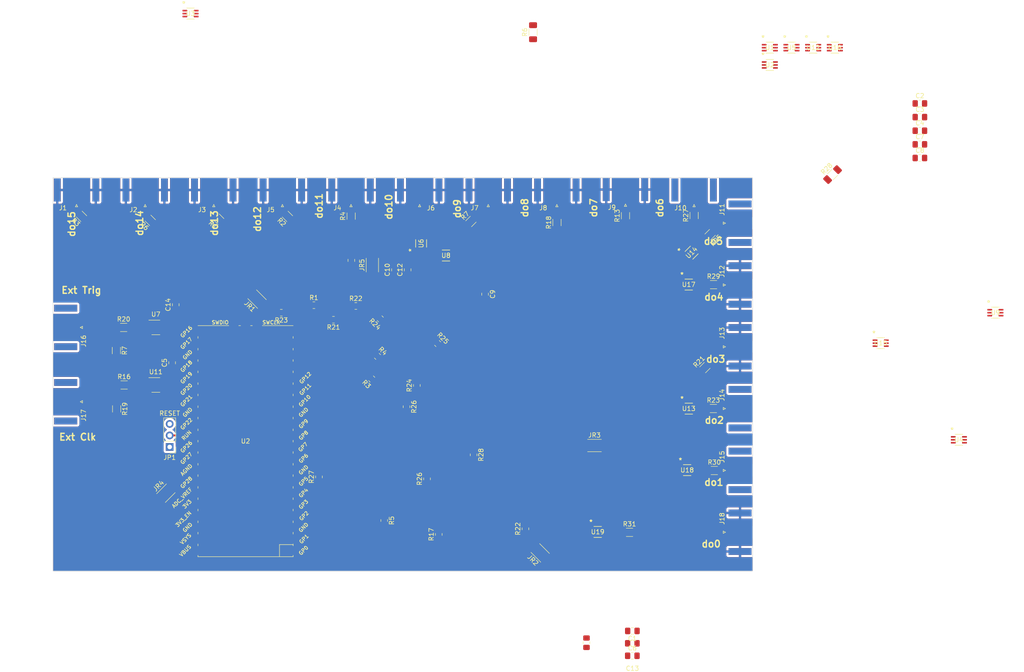
<source format=kicad_pcb>
(kicad_pcb (version 20221018) (generator pcbnew)
  (layers (0 "F.Cu" signal) (31 "B.Cu" signal) (34 "B.Paste" user) (35 "F.Paste" user) (36 "B.SilkS" user "B.Silkscreen") (37 "F.SilkS" user "F.Silkscreen") (38 "B.Mask" user) (39 "F.Mask" user) (44 "Edge.Cuts" user))
  (net 0 "")
  (net 1 "3_3V_Pico")
  (net 2 "GND")
  (net 3 "Net-(J16-In)")
  (net 4 "Net-(J17-In)")
  (net 5 "Net-(R7-Pad2)")
  (net 6 "Net-(R19-Pad2)")
  (net 7 "do7")
  (net 8 "do0")
  (net 9 "do15")
  (net 10 "do8")
  (net 11 "do14")
  (net 12 "do6")
  (net 13 "do9")
  (net 14 "do1")
  (net 15 "do13")
  (net 16 "do5")
  (net 17 "do10")
  (net 18 "do2")
  (net 19 "do12")
  (net 20 "do4")
  (net 21 "do3")
  (net 22 "Net-(U2-GPIO16)")
  (net 26 "Net-(U2-GPIO20)")
  (net 39 "Net-(JP1-C)")
  (net 40 "do11")
  (net 43 "unconnected-(R13-Pad1)")
  (net 44 "Net-(U2-GPIO0)")
  (net 45 "Net-(U2-GPIO2)")
  (net 46 "Net-(U2-GPIO1)")
  (net 47 "Net-(U2-GPIO3)")
  (net 48 "Net-(U2-GPIO15)")
  (net 49 "Net-(U2-GPIO5)")
  (net 50 "Net-(U2-GPIO8)")
  (net 51 "Net-(U2-GPIO4)")
  (net 52 "Net-(U2-GPIO13)")
  (net 53 "Net-(U2-GPIO12)")
  (net 54 "Net-(U2-GPIO10)")
  (net 55 "Net-(U2-GPIO14)")
  (net 56 "Net-(U2-GPIO11)")
  (net 57 "Net-(U2-GPIO7)")
  (net 58 "Net-(U2-GPIO9)")
  (net 59 "Net-(U2-GPIO6)")
  (net 64 "Net-(J16-Ext)")
  (net 65 "Net-(JP1-A)")
  (net 66 "Net-(U1A-1Y)")
  (net 67 "Net-(U2A-1Y)")
  (net 68 "Net-(U3A-1Y)")
  (net 69 "Net-(U4A-1Y)")
  (net 70 "Net-(U5A-1Y)")
  (net 71 "Net-(U6A-1Y)")
  (net 72 "Net-(U8A-1Y)")
  (net 73 "Net-(U9A-1Y)")
  (net 74 "Net-(U12A-2Y)")
  (net 75 "Net-(U13A-1Y)")
  (net 76 "Net-(U14A-1Y)")
  (net 77 "Net-(U15A-1Y)")
  (net 78 "Net-(U16A-1Y)")
  (net 79 "Net-(U17A-1Y)")
  (net 80 "Net-(U18A-1Y)")
  (net 81 "Net-(U19A-1Y)")
  (net 98 "Net-(U10-GPIO15)")
  (net 99 "Net-(U10-GPIO14)")
  (net 100 "Net-(U10-GPIO13)")
  (net 101 "Net-(U10-GPIO11)")
  (net 102 "Net-(U10-GPIO12)")
  (net 103 "Net-(U10-GPIO10)")
  (net 105 "Net-(U10-GPIO16)")
  (net 106 "Net-(U10-GPIO9)")
  (net 107 "Net-(U10-GPIO7)")
  (net 109 "Net-(U10-GPIO20)")
  (net 111 "Net-(U10-GPIO6)")
  (net 112 "Net-(U10-GPIO5)")
  (net 113 "Net-(U10-GPIO4)")
  (net 114 "Net-(U10-GPIO3)")
  (net 115 "Net-(U10-GPIO2)")
  (net 116 "Net-(U10-GPIO1)")
  (net 117 "Net-(U10-GPIO0)")
  (footprint "74LVC2G34DKCR:74LVC2G34DKCR-M" (layer "F.Cu") (at 235.6745 25.486801)
    (fp_text reference "U12")
    (fp_text value "74LVC2G34DCKR")
  )
  (footprint "74LVC2G34DKCR:74LVC2G34DKCR-M" (layer "F.Cu") (at 226.1053 29.306201)
    (fp_text reference "U2")
    (fp_text value "74LVC2G34DCKR")
  )
  (footprint "Capacitor_SMD:C_0805_2012Metric_Pad1.18x1.45mm_HandSolder" (layer "F.Cu") (at 259.2285 40.808)
    (fp_text reference "C3")
    (fp_text value "100n")
  )
  (footprint "Resistor_SMD:R_1206_3216Metric_Pad1.30x1.75mm_HandSolder" (layer "F.Cu") (at 209.4 62.53 90)
    (fp_text reference "R27")
    (fp_text value "49.9")
  )
  (footprint "74LVC2G34DKCR:74LVC2G34DKCR-M" (layer "F.Cu") (at 154.63675 71.364)
    (fp_text reference "U8")
    (fp_text value "74LVC2G34DCKR")
  )
  (footprint "Resistor_SMD:R_0805_2012Metric_Pad1.20x1.40mm_HandSolder" (layer "F.Cu") (at 152.792893 90.792893 -45)
    (fp_text reference "R25")
    (fp_text value "10k")
  )
  (footprint "Resistor_SMD:R_1206_3216Metric_Pad1.30x1.75mm_HandSolder" (layer "F.Cu") (at 81.944 105.215 -90)
    (fp_text reference "R19")
    (fp_text value "47k")
  )
  (footprint "Resistor_SMD:R_1206_3216Metric_Pad1.30x1.75mm_HandSolder" (layer "F.Cu") (at 211.78 96.1 45)
    (fp_text reference "R21")
    (fp_text value "49.9")
  )
  (footprint "74LVC2G34DKCR:74LVC2G34DKCR-M" (layer "F.Cu") (at 275.893 83.979)
    (fp_text reference "U9")
    (fp_text value "74LVC2G34DCKR")
  )
  (footprint "74LVC2G34DKCR:74LVC2G34DKCR-M" (layer "F.Cu") (at 208.21075 77.780001)
    (fp_text reference "U17")
    (fp_text value "74LVC2G34DCKR")
  )
  (footprint "74LVC2G34DKCR:74LVC2G34DKCR-M" (layer "F.Cu") (at 98.24875 17.964001)
    (fp_text reference "U3")
    (fp_text value "74LVC2G34DCKR")
  )
  (footprint "Resistor_SMD:R_1206_3216Metric_Pad1.30x1.75mm_HandSolder" (layer "F.Cu") (at 239.954 53.505 45)
    (fp_text reference "R28")
    (fp_text value "49.9")
  )
  (footprint "Connector_Coaxial:SMA_Amphenol_132289_EdgeMount" (layer "F.Cu") (at 209.394448 56.9 90)
    (fp_text reference "J10")
    (fp_text value "do6")
  )
  (footprint "74LVC2G34DKCR:74LVC2G34DKCR-M" (layer "F.Cu") (at 208.84675 70.732001 45)
    (fp_text reference "U14")
    (fp_text value "74LVC2G34DCKR")
  )
  (footprint "Connector_Coaxial:SMA_Amphenol_132289_EdgeMount" (layer "F.Cu") (at 179.105556 56.9 90)
    (fp_text reference "J8")
    (fp_text value "do8")
  )
  (footprint "Resistor_SMD:R_1206_3216Metric_Pad1.30x1.75mm_HandSolder" (layer "F.Cu") (at 179.13 64.08 90)
    (fp_text reference "R18")
    (fp_text value "49.9")
  )
  (footprint "Connector_Coaxial:SMA_Amphenol_132289_EdgeMount" (layer "F.Cu") (at 219.531948 77.866071)
    (fp_text reference "J12")
    (fp_text value "do4")
  )
  (footprint "Resistor_SMD:R_0805_2012Metric_Pad1.20x1.40mm_HandSolder" (layer "F.Cu") (at 140.131 85.348 135)
    (fp_text reference "R24")
    (fp_text value "10k")
  )
  (footprint "Connector_Coaxial:SMA_Amphenol_132289_EdgeMount" (layer "F.Cu") (at 73.094448 56.9 90)
    (fp_text reference "J1")
    (fp_text value "do15")
  )
  (footprint "74LVC2G34DKCR:74LVC2G34DKCR-M" (layer "F.Cu") (at 207.861 118.735)
    (fp_text reference "U18")
    (fp_text value "74LVC2G34DCKR")
  )
  (footprint "Connector_Coaxial:SMA_Amphenol_132289_EdgeMount" (layer "F.Cu") (at 70.694448 103.6375 180)
    (fp_text reference "J17")
    (fp_text value "Ext. Clk.")
  )
  (footprint "MCU_RaspberryPi_and_Boards:RPi_Pico_SMD" (layer "F.Cu") (at 110.394448 112.3375 180)
    (fp_text reference "U2")
    (fp_text value "Pico")
  )
  (footprint "Resistor_SMD:R_1206_3216Metric_Pad1.30x1.75mm_HandSolder" (layer "F.Cu") (at 213.856 118.817)
    (fp_text reference "R30")
    (fp_text value "49.9")
  )
  (footprint "Resistor_SMD:R_1206_3216Metric_Pad1.30x1.75mm_HandSolder" (layer "F.Cu") (at 133.7 62.67 90)
    (fp_text reference "R4")
    (fp_text value "49.9")
  )
  (footprint "Capacitor_SMD:C_0805_2012Metric_Pad1.18x1.45mm_HandSolder" (layer "F.Cu") (at 163.262 79.898 -90)
    (fp_text reference "C9")
    (fp_text value "100n")
  )
  (footprint "Resistor_SMD:R_1206_3216Metric_Pad1.30x1.75mm_HandSolder" (layer "F.Cu") (at 173.853 22.077 90)
    (fp_text reference "R6")
    (fp_text value "49.9")
  )
  (footprint "Resistor_SMD:R_1206_3216Metric_Pad1.30x1.75mm_HandSolder" (layer "F.Cu") (at 104.46 63.34 135)
    (fp_text reference "R1")
    (fp_text value "49.9")
  )
  (footprint "Resistor_SMD:R_0805_2012Metric_Pad1.20x1.40mm_HandSolder" (layer "F.Cu") (at 141 129.85 -90)
    (fp_text reference "R5")
    (fp_text value "10k")
  )
  (footprint "Resistor_SMD:R_1206_3216Metric_Pad1.30x1.75mm_HandSolder" (layer "F.Cu") (at 74.19 62.72 135)
    (fp_text reference "R3")
    (fp_text value "49.9")
  )
  (footprint "Capacitor_SMD:C_0805_2012Metric_Pad1.18x1.45mm_HandSolder" (layer "F.Cu") (at 94.981 82.228 90)
    (fp_text reference "C14")
    (fp_text value "100n")
  )
  (footprint "Resistor_SMD:R_0805_2012Metric_Pad1.20x1.40mm_HandSolder" (layer "F.Cu") (at 125.481 82.329)
    (fp_text reference "R1")
    (fp_text value "10k")
  )
  (footprint "Connector_PinHeader_2.54mm:PinHeader_1x03_P2.54mm_Vertical" (layer "F.Cu") (at 93.6498 113.6142 180)
    (fp_text reference "JP1")
    (fp_text value "RESET")
  )
  (footprint "Resistor_SMD:R_0805_2012Metric_Pad1.20x1.40mm_HandSolder" (layer "F.Cu") (at 148.2 100.04 90)
    (fp_text reference "R24")
    (fp_text value "10k")
  )
  (footprint "Resistor_SMD:R_1206_3216Metric_Pad1.30x1.75mm_HandSolder" (layer "F.Cu") (at 213.65 105.13)
    (fp_text reference "R23")
    (fp_text value "49.9")
  )
  (footprint "Resistor_SMD:R_1206_3216Metric_Pad1.30x1.75mm_HandSolder" (layer "F.Cu") (at 83.494448 87.2375)
    (fp_text reference "R20")
    (fp_text value "470")
  )
  (footprint "74LVC2G34DKCR:74LVC2G34DKCR-M" (layer "F.Cu") (at 149.152001 68.69125 90)
    (fp_text reference "U6")
    (fp_text value "74LVC2G34DCKR")
  )
  (footprint "Resistor_SMD:R_0805_2012Metric_Pad1.20x1.40mm_HandSolder" (layer "F.Cu") (at 126.6 120.23 90)
    (fp_text reference "R27")
    (fp_text value "10k")
  )
  (footprint "Resistor_SMD:R_1206_3216Metric_Pad1.30x1.75mm_HandSolder" (layer "F.Cu") (at 195.15 132.46)
    (fp_text reference "R31")
    (fp_text value "49.9")
  )
  (footprint "Capacitor_SMD:C_0805_2012Metric_Pad1.18x1.45mm_HandSolder" (layer "F.Cu") (at 259.2285 49.838)
    (fp_text reference "C8")
    (fp_text value "100n")
  )
  (footprint "Capacitor_SMD:C_0805_2012Metric_Pad1.18x1.45mm_HandSolder" (layer "F.Cu") (at 185.644 156.822 90)
    (fp_text reference "C11" hide)
    (fp_text value "100n")
  )
  (footprint "Resistor_SMD:R_0805_2012Metric_Pad1.20x1.40mm_HandSolder" (layer "F.Cu") (at 129.801 85.544 180)
    (fp_text reference "R21")
    (fp_text value "10k")
  )
  (footprint "Resistor_SMD:R_0805_2012Metric_Pad1.20x1.40mm_HandSolder" (layer "F.Cu") (at 134.736 82.508)
    (fp_text reference "R22")
    (fp_text value "10k")
  )
  (footprint "74LVC2G34DKCR:74LVC2G34DKCR-M" (layer "F.Cu") (at 240.4591 25.486801)
    (fp_text reference "U16")
    (fp_text value "74LVC2G34DCKR")
  )
  (footprint "Resistor_SMD:R_1206_3216Metric_Pad1.30x1.75mm_HandSolder" (layer "F.Cu") (at 160.136 63.85 45)
    (fp_text reference "R7")
    (fp_text value "49.9")
  )
  (footprint "Resistor_SMD:R_2010_5025Metric_Pad1.40x2.65mm_HandSolder" (layer "F.Cu") (at 175.426 136.999 135)
    (fp_text reference "JR2")
    (fp_text value "0")
  )
  (footprint "Resistor_SMD:R_1206_3216Metric_Pad1.30x1.75mm_HandSolder" (layer "F.Cu") (at 83.594448 99.9375)
    (fp_text reference "R16")
    (fp_text value "470")
  )
  (footprint "Capacitor_SMD:C_0805_2012Metric_Pad1.18x1.45mm_HandSolder" (layer "F.Cu") (at 259.2285 43.818)
    (fp_text reference "C4")
    (fp_text value "100n")
  )
  (footprint "Capacitor_SMD:C_0805_2012Metric_Pad1.18x1.45mm_HandSolder" (layer "F.Cu") (at 195.7625 156.952 180)
    (fp_text reference "C13")
    (fp_text value "1u")
  )
  (footprint "Resistor_SMD:R_0805_2012Metric_Pad1.20x1.40mm_HandSolder" (layer "F.Cu") (at 139.52 93.62 -45)
    (fp_text reference "R4")
    (fp_text value "10k")
  )
  (footprint "Connector_Coaxial:SMA_Amphenol_132289_EdgeMount" (layer "F.Cu") (at 70.694448 87.2375 180)
    (fp_text reference "J16")
    (fp_text value "Ext. Trig.")
  )
  (footprint "Capacitor_SMD:C_0805_2012Metric_Pad1.18x1.45mm_HandSolder" (layer "F.Cu") (at 94.194448 95.0375 90)
    (fp_text reference "C5")
    (fp_text value "100n")
  )
  (footprint "74LVC2G34DKCR:74LVC2G34DKCR-M" (layer "F.Cu") (at 226.1053 25.486801)
    (fp_text reference "U1")
    (fp_text value "74LVC2G34DCKR")
  )
  (footprint "Resistor_SMD:R_2010_5025Metric_Pad1.40x2.65mm_HandSolder" (layer "F.Cu") (at 138.381 73.473 90)
    (fp_text reference "JR5")
    (fp_text value "0")
  )
  (footprint "Resistor_SMD:R_0805_2012Metric_Pad1.20x1.40mm_HandSolder" (layer "F.Cu") (at 160.73 115.36 -90)
    (fp_text reference "R28")
    (fp_text value "10k")
  )
  (footprint "Resistor_SMD:R_1206_3216Metric_Pad1.30x1.75mm_HandSolder" (layer "F.Cu") (at 212.936 66.753 -135)
    (fp_text reference "R25")
    (fp_text value "49.9")
  )
  (footprint "74LVC2G34DKCR:74LVC2G34DKCR-M" (layer "F.Cu") (at 250.572 90.71)
    (fp_text reference "U15")
    (fp_text value "74LVC2G34DCKR")
  )
  (footprint "Capacitor_SMD:C_0805_2012Metric_Pad1.18x1.45mm_HandSolder" (layer "F.Cu") (at 143.374 74.5255 90)
    (fp_text reference "C10")
    (fp_text value "1u")
  )
  (footprint "74LVC2G34DKCR:74LVC2G34DKCR-M" (layer "F.Cu") (at 230.8899 25.486801)
    (fp_text reference "U5")
    (fp_text value "74LVC2G34DCKR")
  )
  (footprint "Connector_Coaxial:SMA_Amphenol_132289_EdgeMount" (layer "F.Cu") (at 194.25 56.8 90)
    (fp_text reference "J9")
    (fp_text value "do7")
  )
  (footprint "Resistor_SMD:R_0805_2012Metric_Pad1.20x1.40mm_HandSolder" (layer "F.Cu") (at 138.25 98.61 135)
    (fp_text reference "R3")
    (fp_text value "10k")
  )
  (footprint "Package_TO_SOT_SMD:SOT-23-5_HandSoldering" (layer "F.Cu") (at 90.594448 87.2375)
    (fp_text reference "U7")
    (fp_text value "74LVC1G17")
  )
  (footprint "Connector_Coaxial:SMA_Amphenol_132289_EdgeMount" (layer "F.Cu") (at 219.531948 105.151785)
    (fp_text reference "J14")
    (fp_text value "do2")
  )
  (footprint "74LVC2G34DKCR:74LVC2G34DKCR-M" (layer "F.Cu") (at 208.22625 105.159999)
    (fp_text reference "U13")
    (fp_text value "74LVC2G34DCKR")
  )
  (footprint "Connector_Coaxial:SMA_Amphenol_132289_EdgeMount" (layer "F.Cu") (at 118.52778 56.9 90)
    (fp_text reference "J5")
    (fp_text value "do12")
  )
  (footprint "Connector_Coaxial:SMA_Amphenol_132289_EdgeMount" (layer "F.Cu") (at 88.238892 56.9 90)
    (fp_text reference "J2")
    (fp_text value "do14")
  )
  (footprint "Resistor_SMD:R_0805_2012Metric_Pad1.20x1.40mm_HandSolder" (layer "F.Cu") (at 150.45 120.66 90)
    (fp_text reference "R26")
    (fp_text value "10k")
  )
  (footprint "Resistor_SMD:R_2010_5025Metric_Pad1.40x2.65mm_HandSolder" (layer "F.Cu") (at 92.81 123.817 45)
    (fp_text reference "JR4")
    (fp_text value "0")
  )
  (footprint "Connector_Coaxial:SMA_Amphenol_132289_EdgeMount" (layer "F.Cu") (at 219.531948 132.4375)
    (fp_text reference "J18")
    (fp_text value "do0")
  )
  (footprint "Resistor_SMD:R_1206_3216Metric_Pad1.30x1.75mm_HandSolder" (layer "F.Cu") (at 81.887 92.338 -90)
    (fp_text reference "R7")
    (fp_text value "47k")
  )
  (footprint "Connector_Coaxial:SMA_Amphenol_132289_EdgeMount" (layer "F.Cu") (at 103.383336 56.9 90)
    (fp_text reference "J3")
    (fp_text value "do13")
  )
  (footprint "Resistor_SMD:R_0805_2012Metric_Pad1.20x1.40mm_HandSolder" (layer "F.Cu") (at 118.285 83.99 180)
    (fp_text reference "R23")
    (fp_text value "10k")
  )
  (footprint "Capacitor_SMD:C_0805_2012Metric_Pad1.18x1.45mm_HandSolder" (layer "F.Cu") (at 195.773 154.223 180)
    (fp_text reference "C1")
    (fp_text value "10u")
  )
  (footprint "Connector_Coaxial:SMA_Amphenol_132289_EdgeMount" (layer "F.Cu") (at 133.672224 56.9 90)
    (fp_text reference "J4")
    (fp_text value "do11")
  )
  (footprint "Resistor_SMD:R_1206_3216Metric_Pad1.30x1.75mm_HandSolder" (layer "F.Cu") (at 213.69 77.79)
    (fp_text reference "R29")
    (fp_text value "49.9")
  )
  (footprint "Resistor_SMD:R_2010_5025Metric_Pad1.40x2.65mm_HandSolder" (layer "F.Cu") (at 187.413 113.302)
    (fp_text reference "JR3")
    (fp_text value "0")
  )
  (footprint "Capacitor_SMD:C_0805_2012Metric_Pad1.18x1.45mm_HandSolder" (layer "F.Cu") (at 133.747 72.435 90)
    (fp_text reference "C3" hide)
    (fp_text value "100n")
  )
  (footprint "74LVC2G34DKCR:74LVC2G34DKCR-M" (layer "F.Cu") (at 188.11875 132.365)
    (fp_text reference "U19")
    (fp_text value "74LVC2G34DCKR")
  )
  (footprint "Capacitor_SMD:C_0805_2012Metric_Pad1.18x1.45mm_HandSolder" (layer "F.Cu") (at 195.7625 159.707)
    (fp_text reference "C6")
    (fp_text value "100n" hide)
  )
  (footprint "Capacitor_SMD:C_0805_2012Metric_Pad1.18x1.45mm_HandSolder" (layer "F.Cu") (at 259.2285 37.798)
    (fp_text reference "C2")
    (fp_text value "100n")
  )
  (footprint "Resistor_SMD:R_1206_3216Metric_Pad1.30x1.75mm_HandSolder" (layer "F.Cu") (at 194.25 62.58 90)
    (fp_text reference "R13")
    (fp_text value "49.9")
  )
  (footprint "Resistor_SMD:R_0805_2012Metric_Pad1.20x1.40mm_HandSolder" (layer "F.Cu") (at 172.17 131.68 90)
    (fp_text reference "R22")
    (fp_text value "10k")
  )
  (footprint "Connector_Coaxial:SMA_Amphenol_132289_EdgeMount" (layer "F.Cu") (at 148.816668 56.9 90)
    (fp_text reference "J6")
    (fp_text value "do10")
  )
  (footprint "Connector_Coaxial:SMA_Amphenol_132289_EdgeMount" (layer "F.Cu") (at 219.531948 91.508928)
    (fp_text reference "J13")
    (fp_text value "do3")
  )
  (footprint "Resistor_SMD:R_1206_3216Metric_Pad1.30x1.75mm_HandSolder" (layer "F.Cu") (at 119.64 62.73 135)
    (fp_text reference "R2")
    (fp_text value "49.9")
  )
  (footprint "Capacitor_SMD:C_0805_2012Metric_Pad1.18x1.45mm_HandSolder" (layer "F.Cu") (at 146.17 74.525 90)
    (fp_text reference "C12")
    (fp_text value "10u")
  )
  (footprint "Package_TO_SOT_SMD:SOT-23-5_HandSoldering" (layer "F.Cu") (at 90.594448 99.9375)
    (fp_text reference "U11")
    (fp_text value "74LVC1G34")
  )
  (footprint "Resistor_SMD:R_0805_2012Metric_Pad1.20x1.40mm_HandSolder" (layer "F.Cu") (at 153.04 132.92 90)
    (fp_text reference "R17")
    (fp_text value "10k")
  )
  (footprint "Connector_Coaxial:SMA_Amphenol_132289_EdgeMount" (layer "F.Cu") (at 219.531948 64.223214)
    (fp_text reference "J11")
    (fp_text value "do5")
  )
  (footprint "Connector_Coaxial:SMA_Amphenol_132289_EdgeMount" (layer "F.Cu") (at 163.961112 56.9 90)
    (fp_text reference "J7")
    (fp_text value "do9")
  )
  (footprint "Resistor_SMD:R_2010_5025Metric_Pad1.40x2.65mm_HandSolder" (layer "F.Cu") (at 112.934944 80.991944 135)
    (fp_text reference "JR1")
    (fp_text value "0")
  )
  (footprint "Connector_Coaxial:SMA_Amphenol_132289_EdgeMount" (layer "F.Cu") (at 219.531948 118.794642)
    (fp_text reference "J15")
    (fp_text value "do1")
  )
  (footprint "Resistor_SMD:R_1206_3216Metric_Pad1.30x1.75mm_HandSolder" (layer "F.Cu") (at 89.36 63.6 135)
    (fp_text reference "R6")
    (fp_text value "49.9")
  )
  (footprint "Resistor_SMD:R_0805_2012Metric_Pad1.20x1.40mm_HandSolder" (layer "F.Cu") (at 145.93 104.74 -90)
    (fp_text reference "R26")
    (fp_text value "10k")
  )
  (footprint "74LVC2G34DKCR:74LVC2G34DKCR-M" (layer "F.Cu") (at 267.83625 112.033999)
    (fp_text reference "U4")
    (fp_text value "74LVC2G34DCKR")
  )
  (footprint "Capacitor_SMD:C_0805_2012Metric_Pad1.18x1.45mm_HandSolder" (layer "F.Cu") (at 259.2285 46.828)
    (fp_text reference "C7")
    (fp_text value "100n")
  )
  (gr_rect (start 67.9 54.2) (end 222.3 141) (stroke (width 0.1)) (fill none) (layer "Edge.Cuts"))
  (gr_text "do6" (at 202.7 63.1 90) (layer "F.SilkS") (effects (font (size 1.5 1.5) (thickness 0.3) bold) (justify left bottom)))
  (gr_text "do2" (at 211.6 108.6) (layer "F.SilkS") (effects (font (size 1.5 1.5) (thickness 0.3) bold) (justify left bottom)))
  (gr_text "do12" (at 113.9 66.3 90) (layer "F.SilkS") (effects (font (size 1.5 1.5) (thickness 0.3) bold) (justify left bottom)))
  (gr_text "do5" (at 211.4 69.1) (layer "F.SilkS") (effects (font (size 1.5 1.5) (thickness 0.3) bold) (justify left bottom)))
  (gr_text "do7" (at 188.1 63.1 90) (layer "F.SilkS") (effects (font (size 1.5 1.5) (thickness 0.3) bold) (justify left bottom)))
  (gr_text "do8" (at 172.9 63.1 90) (layer "F.SilkS") (effects (font (size 1.5 1.5) (thickness 0.3) bold) (justify left bottom)))
  (gr_text "do11" (at 127.5 63.4 90) (layer "F.SilkS") (effects (font (size 1.5 1.5) (thickness 0.3) bold) (justify left bottom)))
  (gr_text "do9" (at 158 63.3 90) (layer "F.SilkS") (effects (font (size 1.5 1.5) (thickness 0.3) bold) (justify left bottom)))
  (gr_text "Ext Clk" (at 69.1 112.3) (layer "F.SilkS") (effects (font (size 1.5 1.5) (thickness 0.3) bold) (justify left bottom)))
  (gr_text "Ext Trig" (at 69.6 79.9) (layer "F.SilkS") (effects (font (size 1.5 1.5) (thickness 0.3) bold) (justify left bottom)))
  (gr_text "do1" (at 211.5 122.3) (layer "F.SilkS") (effects (font (size 1.5 1.5) (thickness 0.3) bold) (justify left bottom)))
  (gr_text "do10" (at 142.9 63.6 90) (layer "F.SilkS") (effects (font (size 1.5 1.5) (thickness 0.3) bold) (justify left bottom)))
  (gr_text "do14" (at 87.9 67.2 90) (layer "F.SilkS") (effects (font (size 1.5 1.5) (thickness 0.3) bold) (justify left bottom)))
  (gr_text "do13" (at 104.4 67.2 90) (layer "F.SilkS") (effects (font (size 1.5 1.5) (thickness 0.3) bold) (justify left bottom)))
  (gr_text "do4" (at 211.5 81.4) (layer "F.SilkS") (effects (font (size 1.5 1.5) (thickness 0.3) bold) (justify left bottom)))
  (gr_text "do3" (at 211.9 95.1) (layer "F.SilkS") (effects (font (size 1.5 1.5) (thickness 0.3) bold) (justify left bottom)))
  (gr_text "do15" (at 72.9 67.4 90) (layer "F.SilkS") (effects (font (size 1.5 1.5) (thickness 0.3) bold) (justify left bottom)))
  (gr_text "do0" (at 210.9 135.9) (layer "F.SilkS") (effects (font (size 1.5 1.5) (thickness 0.3) bold) (justify left bottom)))
  (segment (start 155.75 86.5) (end 131.1825 111.0675) (width 0.4) (layer "F.Cu") (net 0))
  (segment (start 119.284448 88.2075) (end 119.284448 81.970711) (width 0.4) (layer "F.Cu") (net 0))
  (segment (start 124.499 78.402) (end 123.676144 77.579144) (width 0.4) (layer "F.Cu") (net 0))
  (segment (start 162.775 128.035) (end 177.305 128.035) (width 0.4) (layer "F.Cu") (net 0))
  (segment (start 89.244448 99.9375) (end 85.144448 99.9375) (width 0.4) (layer "F.Cu") (net 0))
  (segment (start 158.9125 136.4675) (end 161.14 134.24) (width 0.4) (layer "F.Cu") (net 0))
  (segment (start 157.295 84.955) (end 155.75 86.5) (width 0.4) (layer "F.Cu") (net 0))
  (segment (start 130.47 126.25) (end 130.46 126.26) (width 0.4) (layer "F.Cu") (net 0))
  (segment (start 127.268118 73.987041) (end 128.166144 73.089016) (width 0.4) (layer "F.Cu") (net 0))
  (segment (start 143.64 103.73) (end 153.486 103.73) (width 0.4) (layer "F.Cu") (net 0))
  (segment (start 119.284448 95.8275) (end 122.8785 95.8275) (width 0.4) (layer "F.Cu") (net 0))
  (segment (start 119.284448 95.8275) (end 121.044448 95.8275) (width 0.4) (layer "F.Cu") (net 0))
  (segment (start 123.676016 77.579144) (end 124.574041 76.681118) (width 0.4) (layer "F.Cu") (net 0))
  (segment (start 123.824144 77.579144) (end 123.676016 77.579144) (width 0.4) (layer "F.Cu") (net 0))
  (segment (start 127.268118 74.023118) (end 127.268118 73.987041) (width 0.4) (layer "F.Cu") (net 0))
  (segment (start 119.284448 81.970711) (end 121.879964 79.375195) (width 0.4) (layer "F.Cu") (net 0))
  (segment (start 119.284448 116.1475) (end 131.2225 116.1475) (width 0.4) (layer "F.Cu") (net 0))
  (segment (start 119.331948 126.26) (end 119.284448 126.3075) (width 0.4) (layer "F.Cu") (net 0))
  (segment (start 157.295 78.905) (end 157.295 84.955) (width 0.4) (layer "F.Cu") (net 0))
  (segment (start 145.932 125.495) (end 177.305 125.495) (width 0.4) (layer "F.Cu") (net 0))
  (segment (start 119.284448 123.7675) (end 130.8725 123.7675) (width 0.4) (layer "F.Cu") (net 0))
  (segment (start 138.8 112.13) (end 163.051975 112.13) (width 0.4) (layer "F.Cu") (net 0))
  (segment (start 119.284448 103.4475) (end 128.2325 103.4475) (width 0.4) (layer "F.Cu") (net 0))
  (segment (start 121.879964 79.375195) (end 122.77799 78.477169) (width 0.4) (layer "F.Cu") (net 0))
  (segment (start 119.284448 121.2275) (end 129.7025 121.2275) (width 0.4) (layer "F.Cu") (net 0))
  (segment (start 125.472067 75.783092) (end 126.370092 74.885067) (width 0.4) (layer "F.Cu") (net 0))
  (segment (start 148.095 78.785) (end 149.795 78.785) (width 0.4) (layer "F.Cu") (net 0))
  (segment (start 143.17 101.08) (end 150.97 101.08) (width 0.4) (layer "F.Cu") (net 0))
  (segment (start 125.9725 100.9075) (end 148.095 78.785) (width 0.4) (layer "F.Cu") (net 0))
  (segment (start 143.325 121.685) (end 138.76 126.25) (width 0.4) (layer "F.Cu") (net 0))
  (segment (start 81.944448 87.2375) (end 70.694448 87.2375) (width 0.4) (layer "F.Cu") (net 0))
  (segment (start 164.805 130.575) (end 177.305 130.575) (width 0.4) (layer "F.Cu") (net 0))
  (segment (start 119.284448 113.6075) (end 130.6425 113.6075) (width 0.4) (layer "F.Cu") (net 0))
  (segment (start 157.415 78.785) (end 156.145 78.785) (width 0.4) (layer "F.Cu") (net 0))
  (segment (start 129.7025 121.2275) (end 138.8 112.13) (width 0.4) (layer "F.Cu") (net 0))
  (segment (start 128.166144 73.089016) (end 128.166144 73.193144) (width 0.4) (layer "F.Cu") (net 0))
  (segment (start 130.46 126.26) (end 119.331948 126.26) (width 0.4) (layer "F.Cu") (net 0))
  (segment (start 157.415 78.785) (end 157.295 78.905) (width 0.4) (layer "F.Cu") (net 0))
  (segment (start 161.59 128.04) (end 162.77 128.04) (width 0.4) (layer "F.Cu") (net 0))
  (segment (start 119.284448 98.3675) (end 124.214072 98.3675) (width 0.4) (layer "F.Cu") (net 0))
  (segment (start 133.741 88.840572) (end 133.741 78.668) (width 0.4) (layer "F.Cu") (net 0))
  (segment (start 124.214072 98.3675) (end 133.741 88.840572) (width 0.4) (layer "F.Cu") (net 0))
  (segment (start 119.284448 128.8475) (end 142.5795 128.8475) (width 0.4) (layer "F.Cu") (net 0))
  (segment (start 177.305 129.305) (end 177.305 130.575) (width 0.4) (layer "F.Cu") (net 0))
  (segment (start 130.6425 113.6075) (end 143.17 101.08) (width 0.4) (layer "F.Cu") (net 0))
  (segment (start 130.781 87.925) (end 130.781 79.297) (width 0.4) (layer "F.Cu") (net 0))
  (segment (start 119.9805 88.2075) (end 120.306 87.882) (width 0.4) (layer "F.Cu") (net 0))
  (segment (start 154.755 78.905) (end 154.875 78.785) (width 0.4) (layer "F.Cu") (net 0))
  (segment (start 177.305 124.225) (end 177.305 125.495) (width 0.4) (layer "F.Cu") (net 0))
  (segment (start 156.025 86.225) (end 155.75 86.5) (width 0.4) (layer "F.Cu") (net 0))
  (segment (start 133.741 78.668) (end 128.166144 73.093144) (width 0.4) (layer "F.Cu") (net 0))
  (segment (start 121.044448 95.8275) (end 121.046948 95.83) (width 0.4) (layer "F.Cu") (net 0))
  (segment (start 124.499 90.181) (end 124.499 78.402) (width 0.4) (layer "F.Cu") (net 0))
  (segment (start 162.77 128.04) (end 162.775 128.035) (width 0.4) (layer "F.Cu") (net 0))
  (segment (start 142.5795 128.8475) (end 145.932 125.495) (width 0.4) (layer "F.Cu") (net 0))
  (segment (start 119.284448 108.5275) (end 129.8425 108.5275) (width 0.4) (layer "F.Cu") (net 0))
  (segment (start 153.605 78.785) (end 154.875 78.785) (width 0.4) (layer "F.Cu") (net 0))
  (segment (start 150.97 101.08) (end 162.550036 89.499964) (width 0.4) (layer "F.Cu") (net 0))
  (segment (start 140.28 114.36) (end 166.210128 114.36) (width 0.4) (layer "F.Cu") (net 0))
  (segment (start 126.370092 74.886092) (end 126.370092 74.885067) (width 0.4) (layer "F.Cu") (net 0))
  (segment (start 177.305 121.685) (end 143.325 121.685) (width 0.4) (layer "F.Cu") (net 0))
  (segment (start 122.8785 95.8275) (end 130.781 87.925) (width 0.4) (layer "F.Cu") (net 0))
  (segment (start 138.76 126.25) (end 130.47 126.25) (width 0.4) (layer "F.Cu") (net 0))
  (segment (start 151.065 80.615) (end 151.065 78.785) (width 0.4) (layer "F.Cu") (net 0))
  (segment (start 81.887 90.788) (end 81.887 87.294948) (width 0.4) (layer "F.Cu") (net 0))
  (segment (start 119.284448 136.4675) (end 158.9125 136.4675) (width 0.4) (layer "F.Cu") (net 0))
  (segment (start 119.284448 100.9075) (end 125.9725 100.9075) (width 0.4) (layer "F.Cu") (net 0))
  (segment (start 123.9325 90.7475) (end 124.499 90.181) (width 0.4) (layer "F.Cu") (net 0))
  (segment (start 177.305 122.955) (end 177.305 121.685) (width 0.4) (layer "F.Cu") (net 0))
  (segment (start 131.1825 111.0675) (end 119.284448 111.0675) (width 0.4) (layer "F.Cu") (net 0))
  (segment (start 81.887 87.294948) (end 81.944448 87.2375) (width 0.4) (layer "F.Cu") (net 0))
  (segment (start 119.284448 90.7475) (end 123.9325 90.7475) (width 0.4) (layer "F.Cu") (net 0))
  (segment (start 119.284448 133.9275) (end 155.7025 133.9275) (width 0.4) (layer "F.Cu") (net 0))
  (segment (start 151.065 78.785) (end 152.335 78.785) (width 0.4) (layer "F.Cu") (net 0))
  (segment (start 161.14 134.24) (end 164.805 130.575) (width 0.4) (layer "F.Cu") (net 0))
  (segment (start 131.2225 116.1475) (end 143.64 103.73) (width 0.4) (layer "F.Cu") (net 0))
  (segment (start 155.7025 133.9275) (end 161.59 128.04) (width 0.4) (layer "F.Cu") (net 0))
  (segment (start 128.166144 73.093144) (end 128.166144 73.089016) (width 0.4) (layer "F.Cu") (net 0))
  (segment (start 123.676144 77.579144) (end 123.676016 77.579144) (width 0.4) (layer "F.Cu") (net 0))
  (segment (start 119.284448 88.2075) (end 119.9805 88.2075) (width 0.4) (layer "F.Cu") (net 0))
  (segment (start 154.755 83.615) (end 154.755 78.905) (width 0.4) (layer "F.Cu") (net 0))
  (segment (start 177.305 126.765) (end 177.305 128.035) (width 0.4) (layer "F.Cu") (net 0))
  (segment (start 130.8725 123.7675) (end 140.28 114.36) (width 0.4) (layer "F.Cu") (net 0))
  (segment (start 130.781 79.297) (end 126.370092 74.886092) (width 0.4) (layer "F.Cu") (net 0))
  (segment (start 129.8425 108.5275) (end 154.755 83.615) (width 0.4) (layer "F.Cu") (net 0))
  (segment (start 128.2325 103.4475) (end 151.065 80.615) (width 0.4) (layer "F.Cu") (net 0))
  (segment (start 90.594448 86.6375) (end 90.944448 86.2875) (width 0.4) (layer "F.Cu") (net 1))
  (segment (start 90.944448 86.2875) (end 91.944448 86.2875) (width 0.4) (layer "F.Cu") (net 1))
  (segment (start 125.542 68.661) (end 110.813 83.39) (width 0.4) (layer "F.Cu") (net 1))
  (segment (start 92.8925 98.9875) (end 94.194448 97.685552) (width 0.4) (layer "F.Cu") (net 1))
  (segment (start 159.955 78.785) (end 159.955 74.279) (width 0.4) (layer "F.Cu") (net 1))
  (segment (start 91.944448 98.9875) (end 92.8925 98.9875) (width 0.4) (layer "F.Cu") (net 1))
  (segment (start 129.962964 71.292964) (end 129.962195 71.292964) (width 0.4) (layer "F.Cu") (net 1))
  (segment (start 163.1865 78.785) (end 163.262 78.8605) (width 0.4) (layer "F.Cu") (net 1))
  (segment (start 94.994448 83.39) (end 94.994448 85.575552) (width 0.4) (layer "F.Cu") (net 1))
  (segment (start 159.132 73.456) (end 132.126 73.456) (width 0.4) (layer "F.Cu") (net 1))
  (segment (start 105.855 139.415) (end 173.095 139.415) (width 0.4) (layer "F.Cu") (net 1))
  (segment (start 132.126 73.456) (end 129.962964 71.292964) (width 0.4) (layer "F.Cu") (net 1))
  (segment (start 101.504448 126.3075) (end 101.474448 126.3375) (width 0.4) (layer "F.Cu") (net 1))
  (segment (start 90.594448 121.6375) (end 90.594448 99.2375) (width 0.4) (layer "F.Cu") (net 1))
  (segment (start 129.962195 71.292964) (end 129.959964 71.292964) (width 0.4) (layer "F.Cu") (net 1))
  (segment (start 163.684 78.785) (end 163.696 78.773) (width 0.4) (layer "F.Cu") (net 1))
  (segment (start 101.504448 126.3075) (end 103.6015 126.3075) (width 0.4) (layer "F.Cu") (net 1))
  (segment (start 95.294448 126.3375) (end 90.594448 121.6375) (width 0.4) (layer "F.Cu") (net 1))
  (segment (start 90.594448 99.2375) (end 90.594448 86.6375) (width 0.4) (layer "F.Cu") (net 1))
  (segment (start 159.955 78.785) (end 163.1865 78.785) (width 0.4) (layer "F.Cu") (net 1))
  (segment (start 127.328 68.661) (end 125.542 68.661) (width 0.4) (layer "F.Cu") (net 1))
  (segment (start 129.959964 71.292964) (end 127.328 68.661) (width 0.4) (layer "F.Cu") (net 1))
  (segment (start 159.955 74.279) (end 159.132 73.456) (width 0.4) (layer "F.Cu") (net 1))
  (segment (start 104.5025 138.0625) (end 105.855 139.415) (width 0.4) (layer "F.Cu") (net 1))
  (segment (start 104.5025 127.2085) (end 104.5025 138.0625) (width 0.4) (layer "F.Cu") (net 1))
  (segment (start 177.305 135.205) (end 177.305 133.115) (width 0.4) (layer "F.Cu") (net 1))
  (segment (start 94.194448 97.685552) (end 94.194448 96.075) (width 0.4) (layer "F.Cu") (net 1))
  (segment (start 103.6015 126.3075) (end 104.5025 127.2085) (width 0.4) (layer "F.Cu") (net 1))
  (segment (start 101.474448 126.3375) (end 95.294448 126.3375) (width 0.4) (layer "F.Cu") (net 1))
  (segment (start 110.813 83.39) (end 94.994448 83.39) (width 0.4) (layer "F.Cu") (net 1))
  (segment (start 90.844448 98.9875) (end 91.944448 98.9875) (width 0.4) (layer "F.Cu") (net 1))
  (segment (start 173.095 139.415) (end 177.305 135.205) (width 0.4) (layer "F.Cu") (net 1))
  (segment (start 94.2825 86.2875) (end 91.944448 86.2875) (width 0.4) (layer "F.Cu") (net 1))
  (segment (start 94.994448 85.575552) (end 94.2825 86.2875) (width 0.4) (layer "F.Cu") (net 1))
  (segment (start 82.044448 103.564552) (end 81.944 103.665) (width 0.4) (layer "F.Cu") (net 2))
  (segment (start 82.044448 99.9375) (end 82.044448 103.564552) (width 0.4) (layer "F.Cu") (net 2))
  (segment (start 89.244448 87.2375) (end 85.044448 87.2375) (width 0.4) (layer "F.Cu") (net 2))
  (segment (start 70.694448 103.6375) (end 77.13 103.6375) (width 0.4) (layer "F.Cu") (net 2))
  (segment (start 82.044448 99.9375) (end 80.83 99.9375) (width 0.4) (layer "F.Cu") (net 2))
  (segment (start 80.83 99.9375) (end 77.13 103.6375) (width 0.4) (layer "F.Cu") (net 2))
  (segment (start 194.25 61.03) (end 194.25 56.8) (width 0.93) (layer "F.Cu") (net 7))
  (segment (start 196.7225 132.4375) (end 219.531948 132.4375) (width 0.93) (layer "F.Cu") (net 8))
  (segment (start 196.7 132.46) (end 196.7225 132.4375) (width 0.93) (layer "F.Cu") (net 8))
  (segment (start 73.093984 56.900464) (end 73.094448 56.9) (width 0.93) (layer "F.Cu") (net 9))
  (segment (start 73.093984 61.623984) (end 73.093984 56.900464) (width 0.93) (layer "F.Cu") (net 9))
  (segment (start 179.105556 56.9) (end 179.105556 62.505556) (width 0.93) (layer "F.Cu") (net 10))
  (segment (start 88.238892 62.478892) (end 88.263984 62.503984) (width 0.93) (layer "F.Cu") (net 11))
  (segment (start 88.238892 56.9) (end 88.238892 62.478892) (width 0.93) (layer "F.Cu") (net 11))
  (segment (start 209.394448 56.9) (end 209.394448 60.974448) (width 0.93) (layer "F.Cu") (net 12))
  (segment (start 209.394448 60.974448) (end 209.4 60.98) (width 0.4) (layer "F.Cu") (net 12))
  (segment (start 163.961112 60.024888) (end 161.232016 62.753984) (width 0.93) (layer "F.Cu") (net 13))
  (segment (start 163.961112 56.9) (end 163.961112 60.024888) (width 0.93) (layer "F.Cu") (net 13))
  (segment (start 163.756 57.105112) (end 163.961112 56.9) (width 0.4) (layer "F.Cu") (net 13))
  (segment (start 219.50959 118.817) (end 219.531948 118.794642) (width 0.93) (layer "F.Cu") (net 14))
  (segment (start 215.406 118.817) (end 219.50959 118.817) (width 0.93) (layer "F.Cu") (net 14))
  (segment (start 215.365358 118.794642) (end 215.36 118.8) (width 0.93) (layer "F.Cu") (net 14))
  (segment (start 103.383336 62.224632) (end 103.363984 62.243984) (width 0.93) (layer "F.Cu") (net 15))
  (segment (start 103.383336 56.9) (end 103.383336 62.224632) (width 0.93) (layer "F.Cu") (net 15))
  (segment (start 219.531948 64.223214) (end 215.465786 64.223214) (width 0.93) (layer "F.Cu") (net 16))
  (segment (start 215.465786 64.223214) (end 214.032016 65.656984) (width 0.93) (layer "F.Cu") (net 16))
  (segment (start 148.816668 61.126668) (end 148.83 61.14) (width 0.93) (layer "F.Cu") (net 17))
  (segment (start 148.816668 56.9) (end 148.816668 61.126668) (width 0.93) (layer "F.Cu") (net 17))
  (segment (start 219.531948 105.151785) (end 215.221785 105.151785) (width 0.93) (layer "F.Cu") (net 18))
  (segment (start 118.52778 59.89778) (end 118.543984 59.913984) (width 0.93) (layer "F.Cu") (net 19))
  (segment (start 118.52778 56.9) (end 118.52778 59.89778) (width 0.93) (layer "F.Cu") (net 19))
  (segment (start 118.543984 59.913984) (end 118.543984 61.633984) (width 0.93) (layer "F.Cu") (net 19))
  (segment (start 215.24 77.79) (end 215.316071 77.866071) (width 0.93) (layer "F.Cu") (net 20))
  (segment (start 215.316071 77.866071) (end 219.531948 77.866071) (width 0.93) (layer "F.Cu") (net 20))
  (segment (start 101.484448 88.1875) (end 91.944448 88.1875) (width 0.4) (layer "F.Cu") (net 22))
  (segment (start 101.504448 88.2075) (end 101.484448 88.1875) (width 0.4) (layer "F.Cu") (net 22))
  (segment (start 101.504448 100.9075) (end 101.484448 100.8875) (width 0.4) (layer "F.Cu") (net 26))
  (segment (start 101.484448 100.8875) (end 91.944448 100.8875) (width 0.4) (layer "F.Cu") (net 26))
  (segment (start 101.504448 111.0675) (end 101.497748 111.0742) (width 0.4) (layer "F.Cu") (net 39))
  (segment (start 101.497748 111.0742) (end 93.6498 111.0742) (width 0.4) (layer "F.Cu") (net 39))
  (segment (start 133.672224 61.092224) (end 133.672224 56.9) (width 0.93) (layer "F.Cu") (net 40))
  (segment (start 133.7 61.12) (end 133.672224 61.092224) (width 0.93) (layer "F.Cu") (net 40))
  (segment (start 194.25 64.94) (end 194.25 64.13) (width 0.4) (layer "F.Cu") (net 43))
  (segment (start 120.585959 67.304882) (end 117.676016 64.436016) (width 0.4) (layer "F.Cu") (net 66))
  (segment (start 105.556016 64.436016) (end 117.676016 64.436016) (width 0.4) (layer "F.Cu") (net 66))
  (segment (start 120.585959 67.304882) (end 119.687933 68.202908) (width 0.4) (layer "F.Cu") (net 66))
  (segment (start 122.38201 65.508831) (end 121.483984 66.406856) (width 0.4) (layer "F.Cu") (net 67))
  (segment (start 122.38201 65.508831) (end 120.736016 63.826016) (width 0.4) (layer "F.Cu") (net 67))
  (segment (start 116.095831 71.79501) (end 115.339821 71.039) (width 0.4) (layer "F.Cu") (net 68))
  (segment (start 116.993856 70.896984) (end 116.095831 71.79501) (width 0.4) (layer "F.Cu") (net 68))
  (segment (start 86.893 71.039) (end 86.889 71.043) (width 0.4) (layer "F.Cu") (net 68))
  (segment (start 86.889 71.043) (end 82.513 71.043) (width 0.4) (layer "F.Cu") (net 68))
  (segment (start 82.513 71.043) (end 75.286016 63.816016) (width 0.4) (layer "F.Cu") (net 68))
  (segment (start 115.339821 71.039) (end 86.893 71.039) (width 0.4) (layer "F.Cu") (net 68))
  (segment (start 75.286016 63.816016) (end 76.136016 63.816016) (width 0.4) (layer "F.Cu") (net 68))
  (segment (start 93.711 67.951) (end 90.456016 64.696016) (width 0.4) (layer "F.Cu") (net 70))
  (segment (start 118.789908 69.100933) (end 117.891882 69.998959) (width 0.4) (layer "F.Cu") (net 70))
  (segment (start 117.891882 69.998959) (end 115.843923 67.951) (width 0.4) (layer "F.Cu") (net 70))
  (segment (start 115.843923 67.951) (end 93.711 67.951) (width 0.4) (layer "F.Cu") (net 70))
  (segment (start 211.995 105.235) (end 211.044351 105.235) (width 0.4) (layer "F.Cu") (net 75))
  (segment (start 210.319351 104.51) (end 209.4645 104.51) (width 0.4) (layer "F.Cu") (net 75))
  (segment (start 210.894349 105.235) (end 211.995 105.235) (width 0.4) (layer "F.Cu") (net 75))
  (segment (start 211.044351 105.235) (end 210.319351 104.51) (width 0.4) (layer "F.Cu") (net 75))
  (segment (start 210.319351 105.809998) (end 210.894349 105.235) (width 0.4) (layer "F.Cu") (net 75))
  (segment (start 209.4645 105.809998) (end 210.319351 105.809998) (width 0.4) (layer "F.Cu") (net 75))
  (segment (start 211.995 105.235) (end 212.1 105.13) (width 0.4) (layer "F.Cu") (net 75))
  (segment (start 211.671984 67.849016) (end 211.839984 67.849016) (width 0.4) (layer "F.Cu") (net 76))
  (segment (start 210.181944 70.316045) (end 210.620729 69.87726) (width 0.4) (layer "F.Cu") (net 76))
  (segment (start 210.562978 68.958022) (end 211.671984 67.849016) (width 0.4) (layer "F.Cu") (net 76))
  (segment (start 210.620729 68.900271) (end 211.671984 67.849016) (width 0.4) (layer "F.Cu") (net 76))
  (segment (start 210.620729 69.87726) (end 210.620729 68.900271) (width 0.4) (layer "F.Cu") (net 76))
  (segment (start 209.701491 68.958022) (end 210.562978 68.958022) (width 0.4) (layer "F.Cu") (net 76))
  (segment (start 209.262706 69.396807) (end 209.701491 68.958022) (width 0.4) (layer "F.Cu") (net 76))
  (segment (start 209.4 65.85) (end 209.4 64.08) (width 0.4) (layer "F.Cu") (net 77))
  (segment (start 209.449 78.43) (end 210.131 78.43) (width 0.4) (layer "F.Cu") (net 79))
  (segment (start 210.771 77.79) (end 210.111002 77.130002) (width 0.4) (layer "F.Cu") (net 79))
  (segment (start 212.14 77.79) (end 210.771 77.79) (width 0.4) (layer "F.Cu") (net 79))
  (segment (start 210.111002 77.130002) (end 209.449 77.130002) (width 0.4) (layer "F.Cu") (net 79))
  (segment (start 210.131 78.43) (end 210.771 77.79) (width 0.4) (layer "F.Cu") (net 79))
  (segment (start 211.204 118.817) (end 210.5221 118.817) (width 0.4) (layer "F.Cu") (net 80))
  (segment (start 210.6861 118.817) (end 209.954101 118.085001) (width 0.4) (layer "F.Cu") (net 80))
  (segment (start 209.954101 119.384999) (end 209.09925 119.384999) (width 0.4) (layer "F.Cu") (net 80))
  (segment (start 212.306 118.817) (end 211.204 118.817) (width 0.4) (layer "F.Cu") (net 80))
  (segment (start 211.204 118.817) (end 210.6861 118.817) (width 0.4) (layer "F.Cu") (net 80))
  (segment (start 209.954101 118.085001) (end 209.09925 118.085001) (width 0.4) (layer "F.Cu") (net 80))
  (segment (start 210.5221 118.817) (end 209.954101 119.384999) (width 0.4) (layer "F.Cu") (net 80))
  (segment (start 189.357 131.715001) (end 190.511001 131.715001) (width 0.4) (layer "F.Cu") (net 81))
  (segment (start 190.701001 133.014999) (end 191.256 132.46) (width 0.4) (layer "F.Cu") (net 81))
  (segment (start 191.256 132.46) (end 193.6 132.46) (width 0.4) (layer "F.Cu") (net 81))
  (segment (start 190.511001 131.715001) (end 191.256 132.46) (width 0.4) (layer "F.Cu") (net 81))
  (segment (start 189.357 133.014999) (end 190.701001 133.014999) (width 0.4) (layer "F.Cu") (net 81))
  (segment (start 182.1 136.2805) (end 182.1095 136.29) (width 0.4) (layer "F.Cu") (net 115))
  (zone (net 0) (net_name "") (layer "F.Cu") (connect_pads (clearance 0)) (min_thickness 0.25)
    (keepout (tracks not_allowed) (vias not_allowed) (pads not_allowed) (copperpour not_allowed) (footprints allowed))
    (fill (thermal_gap 0.5) (thermal_bridge_width 0.5))
    (polygon (pts (xy 106.094448 123.5375) (xy 106.094448 137.6375) (xy 114.494448 137.6375) (xy 114.494448 123.5375)))
  )
  (zone (net 2) (net_name "GND") (layers "F&B.Cu") (connect_pads (clearance 0.5)) (min_thickness 0.25) (fill yes (thermal_gap 0.5) (thermal_bridge_width 0.5))
    (polygon (pts (xy 67.794512 54.236532) (xy 67.918 141.03) (xy 222.349 141.093) (xy 222.194512 54.236532)))
  )
)
</source>
